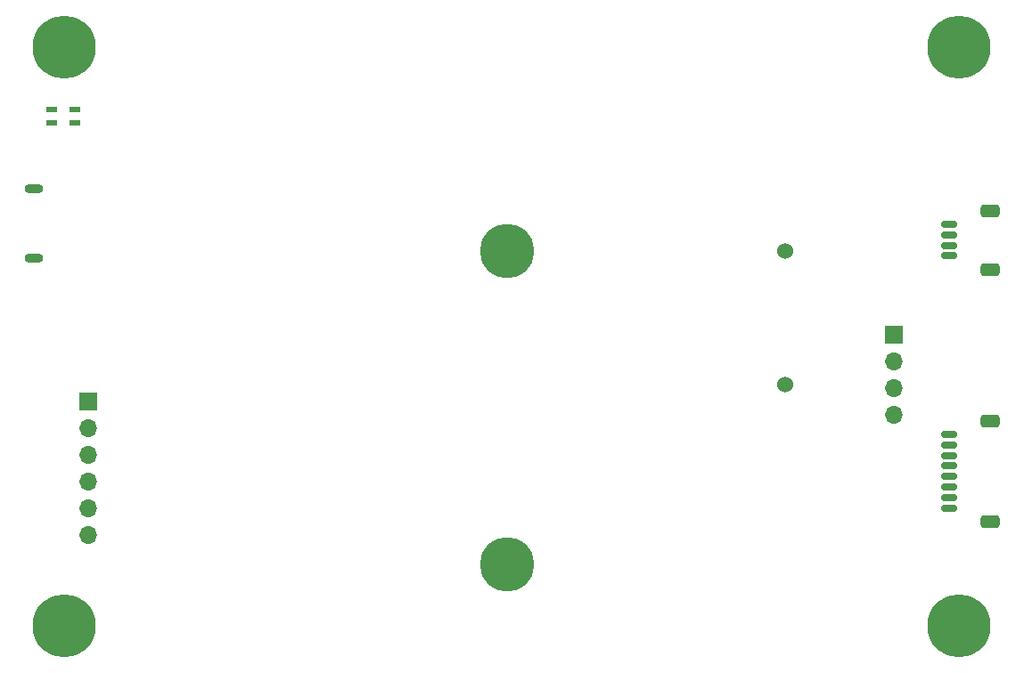
<source format=gbr>
%TF.GenerationSoftware,KiCad,Pcbnew,6.0.11-2627ca5db0~126~ubuntu20.04.1*%
%TF.CreationDate,2023-09-23T16:44:06-04:00*%
%TF.ProjectId,water_meter,77617465-725f-46d6-9574-65722e6b6963,rev?*%
%TF.SameCoordinates,Original*%
%TF.FileFunction,Soldermask,Bot*%
%TF.FilePolarity,Negative*%
%FSLAX46Y46*%
G04 Gerber Fmt 4.6, Leading zero omitted, Abs format (unit mm)*
G04 Created by KiCad (PCBNEW 6.0.11-2627ca5db0~126~ubuntu20.04.1) date 2023-09-23 16:44:06*
%MOMM*%
%LPD*%
G01*
G04 APERTURE LIST*
G04 Aperture macros list*
%AMRoundRect*
0 Rectangle with rounded corners*
0 $1 Rounding radius*
0 $2 $3 $4 $5 $6 $7 $8 $9 X,Y pos of 4 corners*
0 Add a 4 corners polygon primitive as box body*
4,1,4,$2,$3,$4,$5,$6,$7,$8,$9,$2,$3,0*
0 Add four circle primitives for the rounded corners*
1,1,$1+$1,$2,$3*
1,1,$1+$1,$4,$5*
1,1,$1+$1,$6,$7*
1,1,$1+$1,$8,$9*
0 Add four rect primitives between the rounded corners*
20,1,$1+$1,$2,$3,$4,$5,0*
20,1,$1+$1,$4,$5,$6,$7,0*
20,1,$1+$1,$6,$7,$8,$9,0*
20,1,$1+$1,$8,$9,$2,$3,0*%
G04 Aperture macros list end*
%ADD10C,6.000000*%
%ADD11C,0.500000*%
%ADD12O,1.800000X0.900000*%
%ADD13C,1.530000*%
%ADD14C,5.175000*%
%ADD15R,1.700000X1.700000*%
%ADD16O,1.700000X1.700000*%
%ADD17R,1.000000X0.600000*%
%ADD18RoundRect,0.150000X-0.625000X0.150000X-0.625000X-0.150000X0.625000X-0.150000X0.625000X0.150000X0*%
%ADD19RoundRect,0.250000X-0.650000X0.350000X-0.650000X-0.350000X0.650000X-0.350000X0.650000X0.350000X0*%
G04 APERTURE END LIST*
D10*
%TO.C,H2*%
X20000Y-30000D03*
%TD*%
%TO.C,H3*%
X85020000Y54970000D03*
%TD*%
%TO.C,H4*%
X85020000Y-30000D03*
%TD*%
%TO.C,H1*%
X20000Y54970000D03*
%TD*%
D11*
%TO.C,J4*%
X-2855000Y34880000D03*
X-2855000Y41480000D03*
D12*
X-2855000Y41480000D03*
X-2855000Y34880000D03*
%TD*%
D13*
%TO.C,J1*%
X68525000Y22900000D03*
X68525000Y35600000D03*
D14*
X42105000Y35600000D03*
X42105000Y5750000D03*
%TD*%
D15*
%TO.C,J3*%
X2273333Y21250000D03*
D16*
X2273333Y18710000D03*
X2273333Y16170000D03*
X2273333Y13630000D03*
X2273333Y11090000D03*
X2273333Y8550000D03*
%TD*%
D17*
%TO.C,U6*%
X-1180000Y47780000D03*
X-1180000Y49080000D03*
X1020000Y49080000D03*
X1020000Y47780000D03*
%TD*%
D18*
%TO.C,J7*%
X84130000Y38120000D03*
X84130000Y37120000D03*
X84130000Y36120000D03*
X84130000Y35120000D03*
D19*
X88005000Y39420000D03*
X88005000Y33820000D03*
%TD*%
D18*
%TO.C,J6*%
X84130000Y18130000D03*
X84130000Y17130000D03*
X84130000Y16130000D03*
X84130000Y15130000D03*
X84130000Y14130000D03*
X84130000Y13130000D03*
X84130000Y12130000D03*
X84130000Y11130000D03*
D19*
X88005000Y9830000D03*
X88005000Y19430000D03*
%TD*%
D15*
%TO.C,J5*%
X78810000Y27650000D03*
D16*
X78810000Y25110000D03*
X78810000Y22570000D03*
X78810000Y20030000D03*
%TD*%
M02*

</source>
